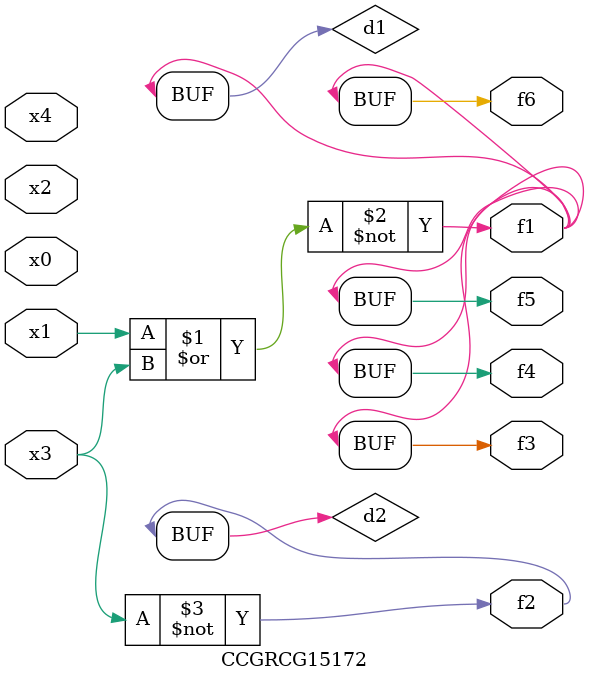
<source format=v>
module CCGRCG15172(
	input x0, x1, x2, x3, x4,
	output f1, f2, f3, f4, f5, f6
);

	wire d1, d2;

	nor (d1, x1, x3);
	not (d2, x3);
	assign f1 = d1;
	assign f2 = d2;
	assign f3 = d1;
	assign f4 = d1;
	assign f5 = d1;
	assign f6 = d1;
endmodule

</source>
